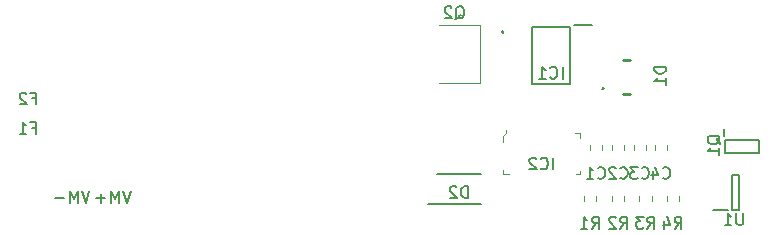
<source format=gbr>
G04 #@! TF.GenerationSoftware,KiCad,Pcbnew,5.1.0-unknown-9e240db~82~ubuntu18.04.1*
G04 #@! TF.CreationDate,2019-04-04T00:18:26+02:00*
G04 #@! TF.ProjectId,Voltrove MIC1557 PWM,566f6c74-726f-4766-9520-4d4943313535,rev?*
G04 #@! TF.SameCoordinates,Original*
G04 #@! TF.FileFunction,Legend,Bot*
G04 #@! TF.FilePolarity,Positive*
%FSLAX46Y46*%
G04 Gerber Fmt 4.6, Leading zero omitted, Abs format (unit mm)*
G04 Created by KiCad (PCBNEW 5.1.0-unknown-9e240db~82~ubuntu18.04.1) date 2019-04-04 00:18:26*
%MOMM*%
%LPD*%
G04 APERTURE LIST*
%ADD10C,0.200000*%
%ADD11C,0.120000*%
%ADD12C,0.254000*%
%ADD13C,0.100000*%
%ADD14C,0.150000*%
G04 APERTURE END LIST*
D10*
X121168095Y-98928571D02*
X121501428Y-98928571D01*
X121501428Y-99452380D02*
X121501428Y-98452380D01*
X121025238Y-98452380D01*
X120691904Y-98547619D02*
X120644285Y-98500000D01*
X120549047Y-98452380D01*
X120310952Y-98452380D01*
X120215714Y-98500000D01*
X120168095Y-98547619D01*
X120120476Y-98642857D01*
X120120476Y-98738095D01*
X120168095Y-98880952D01*
X120739523Y-99452380D01*
X120120476Y-99452380D01*
X121168095Y-101408571D02*
X121501428Y-101408571D01*
X121501428Y-101932380D02*
X121501428Y-100932380D01*
X121025238Y-100932380D01*
X120120476Y-101932380D02*
X120691904Y-101932380D01*
X120406190Y-101932380D02*
X120406190Y-100932380D01*
X120501428Y-101075238D01*
X120596666Y-101170476D01*
X120691904Y-101218095D01*
D11*
X169410000Y-103320000D02*
X169410000Y-102880000D01*
X168390000Y-103320000D02*
X168390000Y-102880000D01*
X171310000Y-103320000D02*
X171310000Y-102880000D01*
X170290000Y-103320000D02*
X170290000Y-102880000D01*
X172090000Y-103320000D02*
X172090000Y-102880000D01*
X173110000Y-103320000D02*
X173110000Y-102880000D01*
X173890000Y-103320000D02*
X173890000Y-102880000D01*
X174910000Y-103320000D02*
X174910000Y-102880000D01*
D12*
X171800000Y-98550000D02*
X171200000Y-98550000D01*
X171800000Y-95650000D02*
X171200000Y-95650000D01*
X169529000Y-98088000D02*
G75*
G03X169529000Y-98088000I-52000J0D01*
G01*
D10*
X154665000Y-107850000D02*
X159150000Y-107850000D01*
X155450000Y-105350000D02*
X159150000Y-105350000D01*
X166700000Y-92850000D02*
X163500000Y-92850000D01*
X163500000Y-92850000D02*
X163500000Y-97750000D01*
X163500000Y-97750000D02*
X166700000Y-97750000D01*
X166700000Y-97750000D02*
X166700000Y-92850000D01*
X168575000Y-92720000D02*
X167050000Y-92720000D01*
D13*
X161025000Y-102625000D02*
X161025000Y-102150000D01*
X161025000Y-102150000D02*
X161325000Y-101825000D01*
X161325000Y-101825000D02*
X161325000Y-101630000D01*
X167575000Y-102300000D02*
X167575000Y-101825000D01*
X167575000Y-101825000D02*
X167125000Y-101825000D01*
X161525000Y-105375000D02*
X161025000Y-105375000D01*
X161025000Y-105375000D02*
X161025000Y-104975000D01*
X167200000Y-105375000D02*
X167575000Y-105375000D01*
X167575000Y-105375000D02*
X167575000Y-105075000D01*
D10*
X179850000Y-102450000D02*
X179850000Y-103550000D01*
X179850000Y-103550000D02*
X182750000Y-103550000D01*
X182750000Y-103550000D02*
X182750000Y-102450000D01*
X182750000Y-102450000D02*
X179850000Y-102450000D01*
X179790000Y-101525000D02*
X179790000Y-102100000D01*
D13*
X155600000Y-92750000D02*
X159050000Y-92750000D01*
X159050000Y-92750000D02*
X159050000Y-97650000D01*
X159050000Y-97650000D02*
X155600000Y-97650000D01*
D10*
X161000000Y-93200000D02*
X161000000Y-93200000D01*
X161000000Y-93400000D02*
X161000000Y-93400000D01*
X161000000Y-93400000D02*
G75*
G02X161000000Y-93200000I0J100000D01*
G01*
X161000000Y-93200000D02*
G75*
G02X161000000Y-93400000I0J-100000D01*
G01*
D11*
X168910000Y-107620000D02*
X168910000Y-107180000D01*
X167890000Y-107620000D02*
X167890000Y-107180000D01*
X170290000Y-107620000D02*
X170290000Y-107180000D01*
X171310000Y-107620000D02*
X171310000Y-107180000D01*
X173610000Y-107620000D02*
X173610000Y-107180000D01*
X172590000Y-107620000D02*
X172590000Y-107180000D01*
X174890000Y-107620000D02*
X174890000Y-107180000D01*
X175910000Y-107620000D02*
X175910000Y-107180000D01*
D10*
X180400000Y-108350000D02*
X181000000Y-108350000D01*
X181000000Y-108350000D02*
X181000000Y-105450000D01*
X181000000Y-105450000D02*
X180400000Y-105450000D01*
X180400000Y-105450000D02*
X180400000Y-108350000D01*
X178850000Y-108400000D02*
X180050000Y-108400000D01*
D14*
X169066666Y-105657142D02*
X169114285Y-105704761D01*
X169257142Y-105752380D01*
X169352380Y-105752380D01*
X169495238Y-105704761D01*
X169590476Y-105609523D01*
X169638095Y-105514285D01*
X169685714Y-105323809D01*
X169685714Y-105180952D01*
X169638095Y-104990476D01*
X169590476Y-104895238D01*
X169495238Y-104800000D01*
X169352380Y-104752380D01*
X169257142Y-104752380D01*
X169114285Y-104800000D01*
X169066666Y-104847619D01*
X168114285Y-105752380D02*
X168685714Y-105752380D01*
X168400000Y-105752380D02*
X168400000Y-104752380D01*
X168495238Y-104895238D01*
X168590476Y-104990476D01*
X168685714Y-105038095D01*
X170966666Y-105657142D02*
X171014285Y-105704761D01*
X171157142Y-105752380D01*
X171252380Y-105752380D01*
X171395238Y-105704761D01*
X171490476Y-105609523D01*
X171538095Y-105514285D01*
X171585714Y-105323809D01*
X171585714Y-105180952D01*
X171538095Y-104990476D01*
X171490476Y-104895238D01*
X171395238Y-104800000D01*
X171252380Y-104752380D01*
X171157142Y-104752380D01*
X171014285Y-104800000D01*
X170966666Y-104847619D01*
X170585714Y-104847619D02*
X170538095Y-104800000D01*
X170442857Y-104752380D01*
X170204761Y-104752380D01*
X170109523Y-104800000D01*
X170061904Y-104847619D01*
X170014285Y-104942857D01*
X170014285Y-105038095D01*
X170061904Y-105180952D01*
X170633333Y-105752380D01*
X170014285Y-105752380D01*
X172766666Y-105657142D02*
X172814285Y-105704761D01*
X172957142Y-105752380D01*
X173052380Y-105752380D01*
X173195238Y-105704761D01*
X173290476Y-105609523D01*
X173338095Y-105514285D01*
X173385714Y-105323809D01*
X173385714Y-105180952D01*
X173338095Y-104990476D01*
X173290476Y-104895238D01*
X173195238Y-104800000D01*
X173052380Y-104752380D01*
X172957142Y-104752380D01*
X172814285Y-104800000D01*
X172766666Y-104847619D01*
X172433333Y-104752380D02*
X171814285Y-104752380D01*
X172147619Y-105133333D01*
X172004761Y-105133333D01*
X171909523Y-105180952D01*
X171861904Y-105228571D01*
X171814285Y-105323809D01*
X171814285Y-105561904D01*
X171861904Y-105657142D01*
X171909523Y-105704761D01*
X172004761Y-105752380D01*
X172290476Y-105752380D01*
X172385714Y-105704761D01*
X172433333Y-105657142D01*
X174566666Y-105657142D02*
X174614285Y-105704761D01*
X174757142Y-105752380D01*
X174852380Y-105752380D01*
X174995238Y-105704761D01*
X175090476Y-105609523D01*
X175138095Y-105514285D01*
X175185714Y-105323809D01*
X175185714Y-105180952D01*
X175138095Y-104990476D01*
X175090476Y-104895238D01*
X174995238Y-104800000D01*
X174852380Y-104752380D01*
X174757142Y-104752380D01*
X174614285Y-104800000D01*
X174566666Y-104847619D01*
X173709523Y-105085714D02*
X173709523Y-105752380D01*
X173947619Y-104704761D02*
X174185714Y-105419047D01*
X173566666Y-105419047D01*
X174852380Y-96261904D02*
X173852380Y-96261904D01*
X173852380Y-96500000D01*
X173900000Y-96642857D01*
X173995238Y-96738095D01*
X174090476Y-96785714D01*
X174280952Y-96833333D01*
X174423809Y-96833333D01*
X174614285Y-96785714D01*
X174709523Y-96738095D01*
X174804761Y-96642857D01*
X174852380Y-96500000D01*
X174852380Y-96261904D01*
X174852380Y-97785714D02*
X174852380Y-97214285D01*
X174852380Y-97500000D02*
X173852380Y-97500000D01*
X173995238Y-97404761D01*
X174090476Y-97309523D01*
X174138095Y-97214285D01*
X158038095Y-107352380D02*
X158038095Y-106352380D01*
X157800000Y-106352380D01*
X157657142Y-106400000D01*
X157561904Y-106495238D01*
X157514285Y-106590476D01*
X157466666Y-106780952D01*
X157466666Y-106923809D01*
X157514285Y-107114285D01*
X157561904Y-107209523D01*
X157657142Y-107304761D01*
X157800000Y-107352380D01*
X158038095Y-107352380D01*
X157085714Y-106447619D02*
X157038095Y-106400000D01*
X156942857Y-106352380D01*
X156704761Y-106352380D01*
X156609523Y-106400000D01*
X156561904Y-106447619D01*
X156514285Y-106542857D01*
X156514285Y-106638095D01*
X156561904Y-106780952D01*
X157133333Y-107352380D01*
X156514285Y-107352380D01*
X166076190Y-97252380D02*
X166076190Y-96252380D01*
X165028571Y-97157142D02*
X165076190Y-97204761D01*
X165219047Y-97252380D01*
X165314285Y-97252380D01*
X165457142Y-97204761D01*
X165552380Y-97109523D01*
X165600000Y-97014285D01*
X165647619Y-96823809D01*
X165647619Y-96680952D01*
X165600000Y-96490476D01*
X165552380Y-96395238D01*
X165457142Y-96300000D01*
X165314285Y-96252380D01*
X165219047Y-96252380D01*
X165076190Y-96300000D01*
X165028571Y-96347619D01*
X164076190Y-97252380D02*
X164647619Y-97252380D01*
X164361904Y-97252380D02*
X164361904Y-96252380D01*
X164457142Y-96395238D01*
X164552380Y-96490476D01*
X164647619Y-96538095D01*
X165276190Y-104952380D02*
X165276190Y-103952380D01*
X164228571Y-104857142D02*
X164276190Y-104904761D01*
X164419047Y-104952380D01*
X164514285Y-104952380D01*
X164657142Y-104904761D01*
X164752380Y-104809523D01*
X164800000Y-104714285D01*
X164847619Y-104523809D01*
X164847619Y-104380952D01*
X164800000Y-104190476D01*
X164752380Y-104095238D01*
X164657142Y-104000000D01*
X164514285Y-103952380D01*
X164419047Y-103952380D01*
X164276190Y-104000000D01*
X164228571Y-104047619D01*
X163847619Y-104047619D02*
X163800000Y-104000000D01*
X163704761Y-103952380D01*
X163466666Y-103952380D01*
X163371428Y-104000000D01*
X163323809Y-104047619D01*
X163276190Y-104142857D01*
X163276190Y-104238095D01*
X163323809Y-104380952D01*
X163895238Y-104952380D01*
X163276190Y-104952380D01*
X179447619Y-102804761D02*
X179400000Y-102709523D01*
X179304761Y-102614285D01*
X179161904Y-102471428D01*
X179114285Y-102376190D01*
X179114285Y-102280952D01*
X179352380Y-102328571D02*
X179304761Y-102233333D01*
X179209523Y-102138095D01*
X179019047Y-102090476D01*
X178685714Y-102090476D01*
X178495238Y-102138095D01*
X178400000Y-102233333D01*
X178352380Y-102328571D01*
X178352380Y-102519047D01*
X178400000Y-102614285D01*
X178495238Y-102709523D01*
X178685714Y-102757142D01*
X179019047Y-102757142D01*
X179209523Y-102709523D01*
X179304761Y-102614285D01*
X179352380Y-102519047D01*
X179352380Y-102328571D01*
X179352380Y-103709523D02*
X179352380Y-103138095D01*
X179352380Y-103423809D02*
X178352380Y-103423809D01*
X178495238Y-103328571D01*
X178590476Y-103233333D01*
X178638095Y-103138095D01*
X156995238Y-92247619D02*
X157090476Y-92200000D01*
X157185714Y-92104761D01*
X157328571Y-91961904D01*
X157423809Y-91914285D01*
X157519047Y-91914285D01*
X157471428Y-92152380D02*
X157566666Y-92104761D01*
X157661904Y-92009523D01*
X157709523Y-91819047D01*
X157709523Y-91485714D01*
X157661904Y-91295238D01*
X157566666Y-91200000D01*
X157471428Y-91152380D01*
X157280952Y-91152380D01*
X157185714Y-91200000D01*
X157090476Y-91295238D01*
X157042857Y-91485714D01*
X157042857Y-91819047D01*
X157090476Y-92009523D01*
X157185714Y-92104761D01*
X157280952Y-92152380D01*
X157471428Y-92152380D01*
X156661904Y-91247619D02*
X156614285Y-91200000D01*
X156519047Y-91152380D01*
X156280952Y-91152380D01*
X156185714Y-91200000D01*
X156138095Y-91247619D01*
X156090476Y-91342857D01*
X156090476Y-91438095D01*
X156138095Y-91580952D01*
X156709523Y-92152380D01*
X156090476Y-92152380D01*
X168566666Y-109952380D02*
X168900000Y-109476190D01*
X169138095Y-109952380D02*
X169138095Y-108952380D01*
X168757142Y-108952380D01*
X168661904Y-109000000D01*
X168614285Y-109047619D01*
X168566666Y-109142857D01*
X168566666Y-109285714D01*
X168614285Y-109380952D01*
X168661904Y-109428571D01*
X168757142Y-109476190D01*
X169138095Y-109476190D01*
X167614285Y-109952380D02*
X168185714Y-109952380D01*
X167900000Y-109952380D02*
X167900000Y-108952380D01*
X167995238Y-109095238D01*
X168090476Y-109190476D01*
X168185714Y-109238095D01*
X170966666Y-109952380D02*
X171300000Y-109476190D01*
X171538095Y-109952380D02*
X171538095Y-108952380D01*
X171157142Y-108952380D01*
X171061904Y-109000000D01*
X171014285Y-109047619D01*
X170966666Y-109142857D01*
X170966666Y-109285714D01*
X171014285Y-109380952D01*
X171061904Y-109428571D01*
X171157142Y-109476190D01*
X171538095Y-109476190D01*
X170585714Y-109047619D02*
X170538095Y-109000000D01*
X170442857Y-108952380D01*
X170204761Y-108952380D01*
X170109523Y-109000000D01*
X170061904Y-109047619D01*
X170014285Y-109142857D01*
X170014285Y-109238095D01*
X170061904Y-109380952D01*
X170633333Y-109952380D01*
X170014285Y-109952380D01*
X173266666Y-109952380D02*
X173600000Y-109476190D01*
X173838095Y-109952380D02*
X173838095Y-108952380D01*
X173457142Y-108952380D01*
X173361904Y-109000000D01*
X173314285Y-109047619D01*
X173266666Y-109142857D01*
X173266666Y-109285714D01*
X173314285Y-109380952D01*
X173361904Y-109428571D01*
X173457142Y-109476190D01*
X173838095Y-109476190D01*
X172933333Y-108952380D02*
X172314285Y-108952380D01*
X172647619Y-109333333D01*
X172504761Y-109333333D01*
X172409523Y-109380952D01*
X172361904Y-109428571D01*
X172314285Y-109523809D01*
X172314285Y-109761904D01*
X172361904Y-109857142D01*
X172409523Y-109904761D01*
X172504761Y-109952380D01*
X172790476Y-109952380D01*
X172885714Y-109904761D01*
X172933333Y-109857142D01*
X175566666Y-109952380D02*
X175900000Y-109476190D01*
X176138095Y-109952380D02*
X176138095Y-108952380D01*
X175757142Y-108952380D01*
X175661904Y-109000000D01*
X175614285Y-109047619D01*
X175566666Y-109142857D01*
X175566666Y-109285714D01*
X175614285Y-109380952D01*
X175661904Y-109428571D01*
X175757142Y-109476190D01*
X176138095Y-109476190D01*
X174709523Y-109285714D02*
X174709523Y-109952380D01*
X174947619Y-108904761D02*
X175185714Y-109619047D01*
X174566666Y-109619047D01*
X181361904Y-108652380D02*
X181361904Y-109461904D01*
X181314285Y-109557142D01*
X181266666Y-109604761D01*
X181171428Y-109652380D01*
X180980952Y-109652380D01*
X180885714Y-109604761D01*
X180838095Y-109557142D01*
X180790476Y-109461904D01*
X180790476Y-108652380D01*
X179790476Y-109652380D02*
X180361904Y-109652380D01*
X180076190Y-109652380D02*
X180076190Y-108652380D01*
X180171428Y-108795238D01*
X180266666Y-108890476D01*
X180361904Y-108938095D01*
X126023809Y-106752380D02*
X125690476Y-107752380D01*
X125357142Y-106752380D01*
X125023809Y-107752380D02*
X125023809Y-106752380D01*
X124690476Y-107466666D01*
X124357142Y-106752380D01*
X124357142Y-107752380D01*
X123880952Y-107371428D02*
X123119047Y-107371428D01*
X129523809Y-106752380D02*
X129190476Y-107752380D01*
X128857142Y-106752380D01*
X128523809Y-107752380D02*
X128523809Y-106752380D01*
X128190476Y-107466666D01*
X127857142Y-106752380D01*
X127857142Y-107752380D01*
X127380952Y-107371428D02*
X126619047Y-107371428D01*
X127000000Y-107752380D02*
X127000000Y-106990476D01*
M02*

</source>
